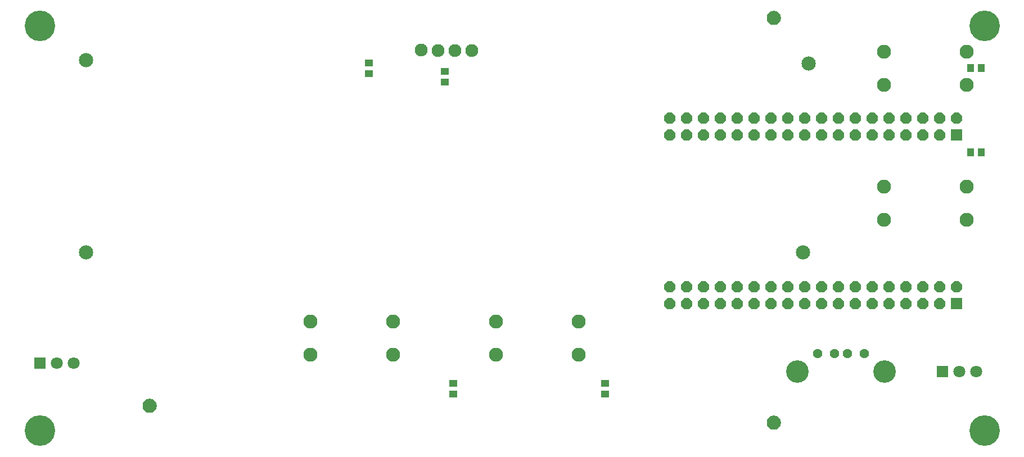
<source format=gbr>
G04 EAGLE Gerber RS-274X export*
G75*
%MOMM*%
%FSLAX34Y34*%
%LPD*%
%INSoldermask Top*%
%IPPOS*%
%AMOC8*
5,1,8,0,0,1.08239X$1,22.5*%
G01*
%ADD10C,2.152400*%
%ADD11C,1.930400*%
%ADD12R,1.676400X1.676400*%
%ADD13P,1.814519X8X202.500000*%
%ADD14C,2.112400*%
%ADD15R,1.183641X1.102359*%
%ADD16R,1.102359X1.183641*%
%ADD17R,1.803400X1.803400*%
%ADD18C,1.803400*%
%ADD19C,1.432562*%
%ADD20C,3.388362*%
%ADD21C,4.597400*%
%ADD22C,0.609600*%
%ADD23C,1.168400*%


D10*
X107700Y306700D03*
X1187700Y306700D03*
X107700Y596700D03*
X1196140Y591000D03*
D11*
X612700Y611700D03*
X637540Y611000D03*
X662940Y611000D03*
X688340Y611000D03*
D12*
X1419000Y229900D03*
D13*
X1419000Y255300D03*
X1393600Y229900D03*
X1393600Y255300D03*
X1368200Y229900D03*
X1368200Y255300D03*
X1342800Y229900D03*
X1342800Y255300D03*
X1317400Y229900D03*
X1317400Y255300D03*
X1292000Y229900D03*
X1292000Y255300D03*
X1266600Y229900D03*
X1266600Y255300D03*
X1241200Y229900D03*
X1241200Y255300D03*
X1215800Y229900D03*
X1215800Y255300D03*
X1190400Y229900D03*
X1190400Y255300D03*
X1165000Y229900D03*
X1165000Y255300D03*
X1139600Y229900D03*
X1139600Y255300D03*
X1114200Y229900D03*
X1114200Y255300D03*
X1088800Y229900D03*
X1088800Y255300D03*
X1063400Y229900D03*
X1063400Y255300D03*
X1038000Y229900D03*
X1038000Y255300D03*
X1012600Y229900D03*
X1012600Y255300D03*
X987200Y229900D03*
X987200Y255300D03*
D12*
X1419000Y483900D03*
D13*
X1419000Y509300D03*
X1393600Y483900D03*
X1393600Y509300D03*
X1368200Y483900D03*
X1368200Y509300D03*
X1342800Y483900D03*
X1342800Y509300D03*
X1317400Y483900D03*
X1317400Y509300D03*
X1292000Y483900D03*
X1292000Y509300D03*
X1266600Y483900D03*
X1266600Y509300D03*
X1241200Y483900D03*
X1241200Y509300D03*
X1215800Y483900D03*
X1215800Y509300D03*
X1190400Y483900D03*
X1190400Y509300D03*
X1165000Y483900D03*
X1165000Y509300D03*
X1139600Y483900D03*
X1139600Y509300D03*
X1114200Y483900D03*
X1114200Y509300D03*
X1088800Y483900D03*
X1088800Y509300D03*
X1063400Y483900D03*
X1063400Y509300D03*
X1038000Y483900D03*
X1038000Y509300D03*
X1012600Y483900D03*
X1012600Y509300D03*
X987200Y483900D03*
X987200Y509300D03*
D14*
X849900Y202800D03*
X849900Y152800D03*
X724900Y152800D03*
X724900Y202800D03*
X570500Y202800D03*
X570500Y152800D03*
X445500Y152800D03*
X445500Y202800D03*
X1434100Y609200D03*
X1434100Y559200D03*
X1309100Y559200D03*
X1309100Y609200D03*
X1434100Y406000D03*
X1434100Y356000D03*
X1309100Y356000D03*
X1309100Y406000D03*
D15*
X660400Y109601D03*
X660400Y93599D03*
D16*
X1439799Y584200D03*
X1455801Y584200D03*
X1439799Y457200D03*
X1455801Y457200D03*
D15*
X533400Y592201D03*
X533400Y576199D03*
X647700Y579501D03*
X647700Y563499D03*
D17*
X1397000Y127000D03*
D18*
X1422400Y127000D03*
X1447800Y127000D03*
D17*
X38100Y139700D03*
D18*
X63500Y139700D03*
X88900Y139700D03*
D15*
X889000Y109601D03*
X889000Y93599D03*
D19*
X1279525Y154178D03*
X1254633Y154178D03*
X1234567Y154178D03*
X1209675Y154178D03*
D20*
X1178941Y127000D03*
X1310259Y127000D03*
D21*
X38100Y38100D03*
X1460500Y38100D03*
X38100Y647700D03*
X1460500Y647700D03*
D22*
X195580Y76200D02*
X195582Y76387D01*
X195589Y76574D01*
X195601Y76761D01*
X195617Y76947D01*
X195637Y77133D01*
X195662Y77318D01*
X195692Y77503D01*
X195726Y77687D01*
X195765Y77870D01*
X195808Y78052D01*
X195856Y78232D01*
X195908Y78412D01*
X195965Y78590D01*
X196025Y78767D01*
X196091Y78942D01*
X196160Y79116D01*
X196234Y79288D01*
X196312Y79458D01*
X196394Y79626D01*
X196480Y79792D01*
X196570Y79956D01*
X196664Y80117D01*
X196762Y80277D01*
X196864Y80433D01*
X196970Y80588D01*
X197080Y80739D01*
X197193Y80888D01*
X197310Y81034D01*
X197430Y81177D01*
X197554Y81317D01*
X197681Y81454D01*
X197812Y81588D01*
X197946Y81719D01*
X198083Y81846D01*
X198223Y81970D01*
X198366Y82090D01*
X198512Y82207D01*
X198661Y82320D01*
X198812Y82430D01*
X198967Y82536D01*
X199123Y82638D01*
X199283Y82736D01*
X199444Y82830D01*
X199608Y82920D01*
X199774Y83006D01*
X199942Y83088D01*
X200112Y83166D01*
X200284Y83240D01*
X200458Y83309D01*
X200633Y83375D01*
X200810Y83435D01*
X200988Y83492D01*
X201168Y83544D01*
X201348Y83592D01*
X201530Y83635D01*
X201713Y83674D01*
X201897Y83708D01*
X202082Y83738D01*
X202267Y83763D01*
X202453Y83783D01*
X202639Y83799D01*
X202826Y83811D01*
X203013Y83818D01*
X203200Y83820D01*
X203387Y83818D01*
X203574Y83811D01*
X203761Y83799D01*
X203947Y83783D01*
X204133Y83763D01*
X204318Y83738D01*
X204503Y83708D01*
X204687Y83674D01*
X204870Y83635D01*
X205052Y83592D01*
X205232Y83544D01*
X205412Y83492D01*
X205590Y83435D01*
X205767Y83375D01*
X205942Y83309D01*
X206116Y83240D01*
X206288Y83166D01*
X206458Y83088D01*
X206626Y83006D01*
X206792Y82920D01*
X206956Y82830D01*
X207117Y82736D01*
X207277Y82638D01*
X207433Y82536D01*
X207588Y82430D01*
X207739Y82320D01*
X207888Y82207D01*
X208034Y82090D01*
X208177Y81970D01*
X208317Y81846D01*
X208454Y81719D01*
X208588Y81588D01*
X208719Y81454D01*
X208846Y81317D01*
X208970Y81177D01*
X209090Y81034D01*
X209207Y80888D01*
X209320Y80739D01*
X209430Y80588D01*
X209536Y80433D01*
X209638Y80277D01*
X209736Y80117D01*
X209830Y79956D01*
X209920Y79792D01*
X210006Y79626D01*
X210088Y79458D01*
X210166Y79288D01*
X210240Y79116D01*
X210309Y78942D01*
X210375Y78767D01*
X210435Y78590D01*
X210492Y78412D01*
X210544Y78232D01*
X210592Y78052D01*
X210635Y77870D01*
X210674Y77687D01*
X210708Y77503D01*
X210738Y77318D01*
X210763Y77133D01*
X210783Y76947D01*
X210799Y76761D01*
X210811Y76574D01*
X210818Y76387D01*
X210820Y76200D01*
X210818Y76013D01*
X210811Y75826D01*
X210799Y75639D01*
X210783Y75453D01*
X210763Y75267D01*
X210738Y75082D01*
X210708Y74897D01*
X210674Y74713D01*
X210635Y74530D01*
X210592Y74348D01*
X210544Y74168D01*
X210492Y73988D01*
X210435Y73810D01*
X210375Y73633D01*
X210309Y73458D01*
X210240Y73284D01*
X210166Y73112D01*
X210088Y72942D01*
X210006Y72774D01*
X209920Y72608D01*
X209830Y72444D01*
X209736Y72283D01*
X209638Y72123D01*
X209536Y71967D01*
X209430Y71812D01*
X209320Y71661D01*
X209207Y71512D01*
X209090Y71366D01*
X208970Y71223D01*
X208846Y71083D01*
X208719Y70946D01*
X208588Y70812D01*
X208454Y70681D01*
X208317Y70554D01*
X208177Y70430D01*
X208034Y70310D01*
X207888Y70193D01*
X207739Y70080D01*
X207588Y69970D01*
X207433Y69864D01*
X207277Y69762D01*
X207117Y69664D01*
X206956Y69570D01*
X206792Y69480D01*
X206626Y69394D01*
X206458Y69312D01*
X206288Y69234D01*
X206116Y69160D01*
X205942Y69091D01*
X205767Y69025D01*
X205590Y68965D01*
X205412Y68908D01*
X205232Y68856D01*
X205052Y68808D01*
X204870Y68765D01*
X204687Y68726D01*
X204503Y68692D01*
X204318Y68662D01*
X204133Y68637D01*
X203947Y68617D01*
X203761Y68601D01*
X203574Y68589D01*
X203387Y68582D01*
X203200Y68580D01*
X203013Y68582D01*
X202826Y68589D01*
X202639Y68601D01*
X202453Y68617D01*
X202267Y68637D01*
X202082Y68662D01*
X201897Y68692D01*
X201713Y68726D01*
X201530Y68765D01*
X201348Y68808D01*
X201168Y68856D01*
X200988Y68908D01*
X200810Y68965D01*
X200633Y69025D01*
X200458Y69091D01*
X200284Y69160D01*
X200112Y69234D01*
X199942Y69312D01*
X199774Y69394D01*
X199608Y69480D01*
X199444Y69570D01*
X199283Y69664D01*
X199123Y69762D01*
X198967Y69864D01*
X198812Y69970D01*
X198661Y70080D01*
X198512Y70193D01*
X198366Y70310D01*
X198223Y70430D01*
X198083Y70554D01*
X197946Y70681D01*
X197812Y70812D01*
X197681Y70946D01*
X197554Y71083D01*
X197430Y71223D01*
X197310Y71366D01*
X197193Y71512D01*
X197080Y71661D01*
X196970Y71812D01*
X196864Y71967D01*
X196762Y72123D01*
X196664Y72283D01*
X196570Y72444D01*
X196480Y72608D01*
X196394Y72774D01*
X196312Y72942D01*
X196234Y73112D01*
X196160Y73284D01*
X196091Y73458D01*
X196025Y73633D01*
X195965Y73810D01*
X195908Y73988D01*
X195856Y74168D01*
X195808Y74348D01*
X195765Y74530D01*
X195726Y74713D01*
X195692Y74897D01*
X195662Y75082D01*
X195637Y75267D01*
X195617Y75453D01*
X195601Y75639D01*
X195589Y75826D01*
X195582Y76013D01*
X195580Y76200D01*
D23*
X203200Y76200D03*
D22*
X1135380Y50800D02*
X1135382Y50987D01*
X1135389Y51174D01*
X1135401Y51361D01*
X1135417Y51547D01*
X1135437Y51733D01*
X1135462Y51918D01*
X1135492Y52103D01*
X1135526Y52287D01*
X1135565Y52470D01*
X1135608Y52652D01*
X1135656Y52832D01*
X1135708Y53012D01*
X1135765Y53190D01*
X1135825Y53367D01*
X1135891Y53542D01*
X1135960Y53716D01*
X1136034Y53888D01*
X1136112Y54058D01*
X1136194Y54226D01*
X1136280Y54392D01*
X1136370Y54556D01*
X1136464Y54717D01*
X1136562Y54877D01*
X1136664Y55033D01*
X1136770Y55188D01*
X1136880Y55339D01*
X1136993Y55488D01*
X1137110Y55634D01*
X1137230Y55777D01*
X1137354Y55917D01*
X1137481Y56054D01*
X1137612Y56188D01*
X1137746Y56319D01*
X1137883Y56446D01*
X1138023Y56570D01*
X1138166Y56690D01*
X1138312Y56807D01*
X1138461Y56920D01*
X1138612Y57030D01*
X1138767Y57136D01*
X1138923Y57238D01*
X1139083Y57336D01*
X1139244Y57430D01*
X1139408Y57520D01*
X1139574Y57606D01*
X1139742Y57688D01*
X1139912Y57766D01*
X1140084Y57840D01*
X1140258Y57909D01*
X1140433Y57975D01*
X1140610Y58035D01*
X1140788Y58092D01*
X1140968Y58144D01*
X1141148Y58192D01*
X1141330Y58235D01*
X1141513Y58274D01*
X1141697Y58308D01*
X1141882Y58338D01*
X1142067Y58363D01*
X1142253Y58383D01*
X1142439Y58399D01*
X1142626Y58411D01*
X1142813Y58418D01*
X1143000Y58420D01*
X1143187Y58418D01*
X1143374Y58411D01*
X1143561Y58399D01*
X1143747Y58383D01*
X1143933Y58363D01*
X1144118Y58338D01*
X1144303Y58308D01*
X1144487Y58274D01*
X1144670Y58235D01*
X1144852Y58192D01*
X1145032Y58144D01*
X1145212Y58092D01*
X1145390Y58035D01*
X1145567Y57975D01*
X1145742Y57909D01*
X1145916Y57840D01*
X1146088Y57766D01*
X1146258Y57688D01*
X1146426Y57606D01*
X1146592Y57520D01*
X1146756Y57430D01*
X1146917Y57336D01*
X1147077Y57238D01*
X1147233Y57136D01*
X1147388Y57030D01*
X1147539Y56920D01*
X1147688Y56807D01*
X1147834Y56690D01*
X1147977Y56570D01*
X1148117Y56446D01*
X1148254Y56319D01*
X1148388Y56188D01*
X1148519Y56054D01*
X1148646Y55917D01*
X1148770Y55777D01*
X1148890Y55634D01*
X1149007Y55488D01*
X1149120Y55339D01*
X1149230Y55188D01*
X1149336Y55033D01*
X1149438Y54877D01*
X1149536Y54717D01*
X1149630Y54556D01*
X1149720Y54392D01*
X1149806Y54226D01*
X1149888Y54058D01*
X1149966Y53888D01*
X1150040Y53716D01*
X1150109Y53542D01*
X1150175Y53367D01*
X1150235Y53190D01*
X1150292Y53012D01*
X1150344Y52832D01*
X1150392Y52652D01*
X1150435Y52470D01*
X1150474Y52287D01*
X1150508Y52103D01*
X1150538Y51918D01*
X1150563Y51733D01*
X1150583Y51547D01*
X1150599Y51361D01*
X1150611Y51174D01*
X1150618Y50987D01*
X1150620Y50800D01*
X1150618Y50613D01*
X1150611Y50426D01*
X1150599Y50239D01*
X1150583Y50053D01*
X1150563Y49867D01*
X1150538Y49682D01*
X1150508Y49497D01*
X1150474Y49313D01*
X1150435Y49130D01*
X1150392Y48948D01*
X1150344Y48768D01*
X1150292Y48588D01*
X1150235Y48410D01*
X1150175Y48233D01*
X1150109Y48058D01*
X1150040Y47884D01*
X1149966Y47712D01*
X1149888Y47542D01*
X1149806Y47374D01*
X1149720Y47208D01*
X1149630Y47044D01*
X1149536Y46883D01*
X1149438Y46723D01*
X1149336Y46567D01*
X1149230Y46412D01*
X1149120Y46261D01*
X1149007Y46112D01*
X1148890Y45966D01*
X1148770Y45823D01*
X1148646Y45683D01*
X1148519Y45546D01*
X1148388Y45412D01*
X1148254Y45281D01*
X1148117Y45154D01*
X1147977Y45030D01*
X1147834Y44910D01*
X1147688Y44793D01*
X1147539Y44680D01*
X1147388Y44570D01*
X1147233Y44464D01*
X1147077Y44362D01*
X1146917Y44264D01*
X1146756Y44170D01*
X1146592Y44080D01*
X1146426Y43994D01*
X1146258Y43912D01*
X1146088Y43834D01*
X1145916Y43760D01*
X1145742Y43691D01*
X1145567Y43625D01*
X1145390Y43565D01*
X1145212Y43508D01*
X1145032Y43456D01*
X1144852Y43408D01*
X1144670Y43365D01*
X1144487Y43326D01*
X1144303Y43292D01*
X1144118Y43262D01*
X1143933Y43237D01*
X1143747Y43217D01*
X1143561Y43201D01*
X1143374Y43189D01*
X1143187Y43182D01*
X1143000Y43180D01*
X1142813Y43182D01*
X1142626Y43189D01*
X1142439Y43201D01*
X1142253Y43217D01*
X1142067Y43237D01*
X1141882Y43262D01*
X1141697Y43292D01*
X1141513Y43326D01*
X1141330Y43365D01*
X1141148Y43408D01*
X1140968Y43456D01*
X1140788Y43508D01*
X1140610Y43565D01*
X1140433Y43625D01*
X1140258Y43691D01*
X1140084Y43760D01*
X1139912Y43834D01*
X1139742Y43912D01*
X1139574Y43994D01*
X1139408Y44080D01*
X1139244Y44170D01*
X1139083Y44264D01*
X1138923Y44362D01*
X1138767Y44464D01*
X1138612Y44570D01*
X1138461Y44680D01*
X1138312Y44793D01*
X1138166Y44910D01*
X1138023Y45030D01*
X1137883Y45154D01*
X1137746Y45281D01*
X1137612Y45412D01*
X1137481Y45546D01*
X1137354Y45683D01*
X1137230Y45823D01*
X1137110Y45966D01*
X1136993Y46112D01*
X1136880Y46261D01*
X1136770Y46412D01*
X1136664Y46567D01*
X1136562Y46723D01*
X1136464Y46883D01*
X1136370Y47044D01*
X1136280Y47208D01*
X1136194Y47374D01*
X1136112Y47542D01*
X1136034Y47712D01*
X1135960Y47884D01*
X1135891Y48058D01*
X1135825Y48233D01*
X1135765Y48410D01*
X1135708Y48588D01*
X1135656Y48768D01*
X1135608Y48948D01*
X1135565Y49130D01*
X1135526Y49313D01*
X1135492Y49497D01*
X1135462Y49682D01*
X1135437Y49867D01*
X1135417Y50053D01*
X1135401Y50239D01*
X1135389Y50426D01*
X1135382Y50613D01*
X1135380Y50800D01*
D23*
X1143000Y50800D03*
D22*
X1135380Y660400D02*
X1135382Y660587D01*
X1135389Y660774D01*
X1135401Y660961D01*
X1135417Y661147D01*
X1135437Y661333D01*
X1135462Y661518D01*
X1135492Y661703D01*
X1135526Y661887D01*
X1135565Y662070D01*
X1135608Y662252D01*
X1135656Y662432D01*
X1135708Y662612D01*
X1135765Y662790D01*
X1135825Y662967D01*
X1135891Y663142D01*
X1135960Y663316D01*
X1136034Y663488D01*
X1136112Y663658D01*
X1136194Y663826D01*
X1136280Y663992D01*
X1136370Y664156D01*
X1136464Y664317D01*
X1136562Y664477D01*
X1136664Y664633D01*
X1136770Y664788D01*
X1136880Y664939D01*
X1136993Y665088D01*
X1137110Y665234D01*
X1137230Y665377D01*
X1137354Y665517D01*
X1137481Y665654D01*
X1137612Y665788D01*
X1137746Y665919D01*
X1137883Y666046D01*
X1138023Y666170D01*
X1138166Y666290D01*
X1138312Y666407D01*
X1138461Y666520D01*
X1138612Y666630D01*
X1138767Y666736D01*
X1138923Y666838D01*
X1139083Y666936D01*
X1139244Y667030D01*
X1139408Y667120D01*
X1139574Y667206D01*
X1139742Y667288D01*
X1139912Y667366D01*
X1140084Y667440D01*
X1140258Y667509D01*
X1140433Y667575D01*
X1140610Y667635D01*
X1140788Y667692D01*
X1140968Y667744D01*
X1141148Y667792D01*
X1141330Y667835D01*
X1141513Y667874D01*
X1141697Y667908D01*
X1141882Y667938D01*
X1142067Y667963D01*
X1142253Y667983D01*
X1142439Y667999D01*
X1142626Y668011D01*
X1142813Y668018D01*
X1143000Y668020D01*
X1143187Y668018D01*
X1143374Y668011D01*
X1143561Y667999D01*
X1143747Y667983D01*
X1143933Y667963D01*
X1144118Y667938D01*
X1144303Y667908D01*
X1144487Y667874D01*
X1144670Y667835D01*
X1144852Y667792D01*
X1145032Y667744D01*
X1145212Y667692D01*
X1145390Y667635D01*
X1145567Y667575D01*
X1145742Y667509D01*
X1145916Y667440D01*
X1146088Y667366D01*
X1146258Y667288D01*
X1146426Y667206D01*
X1146592Y667120D01*
X1146756Y667030D01*
X1146917Y666936D01*
X1147077Y666838D01*
X1147233Y666736D01*
X1147388Y666630D01*
X1147539Y666520D01*
X1147688Y666407D01*
X1147834Y666290D01*
X1147977Y666170D01*
X1148117Y666046D01*
X1148254Y665919D01*
X1148388Y665788D01*
X1148519Y665654D01*
X1148646Y665517D01*
X1148770Y665377D01*
X1148890Y665234D01*
X1149007Y665088D01*
X1149120Y664939D01*
X1149230Y664788D01*
X1149336Y664633D01*
X1149438Y664477D01*
X1149536Y664317D01*
X1149630Y664156D01*
X1149720Y663992D01*
X1149806Y663826D01*
X1149888Y663658D01*
X1149966Y663488D01*
X1150040Y663316D01*
X1150109Y663142D01*
X1150175Y662967D01*
X1150235Y662790D01*
X1150292Y662612D01*
X1150344Y662432D01*
X1150392Y662252D01*
X1150435Y662070D01*
X1150474Y661887D01*
X1150508Y661703D01*
X1150538Y661518D01*
X1150563Y661333D01*
X1150583Y661147D01*
X1150599Y660961D01*
X1150611Y660774D01*
X1150618Y660587D01*
X1150620Y660400D01*
X1150618Y660213D01*
X1150611Y660026D01*
X1150599Y659839D01*
X1150583Y659653D01*
X1150563Y659467D01*
X1150538Y659282D01*
X1150508Y659097D01*
X1150474Y658913D01*
X1150435Y658730D01*
X1150392Y658548D01*
X1150344Y658368D01*
X1150292Y658188D01*
X1150235Y658010D01*
X1150175Y657833D01*
X1150109Y657658D01*
X1150040Y657484D01*
X1149966Y657312D01*
X1149888Y657142D01*
X1149806Y656974D01*
X1149720Y656808D01*
X1149630Y656644D01*
X1149536Y656483D01*
X1149438Y656323D01*
X1149336Y656167D01*
X1149230Y656012D01*
X1149120Y655861D01*
X1149007Y655712D01*
X1148890Y655566D01*
X1148770Y655423D01*
X1148646Y655283D01*
X1148519Y655146D01*
X1148388Y655012D01*
X1148254Y654881D01*
X1148117Y654754D01*
X1147977Y654630D01*
X1147834Y654510D01*
X1147688Y654393D01*
X1147539Y654280D01*
X1147388Y654170D01*
X1147233Y654064D01*
X1147077Y653962D01*
X1146917Y653864D01*
X1146756Y653770D01*
X1146592Y653680D01*
X1146426Y653594D01*
X1146258Y653512D01*
X1146088Y653434D01*
X1145916Y653360D01*
X1145742Y653291D01*
X1145567Y653225D01*
X1145390Y653165D01*
X1145212Y653108D01*
X1145032Y653056D01*
X1144852Y653008D01*
X1144670Y652965D01*
X1144487Y652926D01*
X1144303Y652892D01*
X1144118Y652862D01*
X1143933Y652837D01*
X1143747Y652817D01*
X1143561Y652801D01*
X1143374Y652789D01*
X1143187Y652782D01*
X1143000Y652780D01*
X1142813Y652782D01*
X1142626Y652789D01*
X1142439Y652801D01*
X1142253Y652817D01*
X1142067Y652837D01*
X1141882Y652862D01*
X1141697Y652892D01*
X1141513Y652926D01*
X1141330Y652965D01*
X1141148Y653008D01*
X1140968Y653056D01*
X1140788Y653108D01*
X1140610Y653165D01*
X1140433Y653225D01*
X1140258Y653291D01*
X1140084Y653360D01*
X1139912Y653434D01*
X1139742Y653512D01*
X1139574Y653594D01*
X1139408Y653680D01*
X1139244Y653770D01*
X1139083Y653864D01*
X1138923Y653962D01*
X1138767Y654064D01*
X1138612Y654170D01*
X1138461Y654280D01*
X1138312Y654393D01*
X1138166Y654510D01*
X1138023Y654630D01*
X1137883Y654754D01*
X1137746Y654881D01*
X1137612Y655012D01*
X1137481Y655146D01*
X1137354Y655283D01*
X1137230Y655423D01*
X1137110Y655566D01*
X1136993Y655712D01*
X1136880Y655861D01*
X1136770Y656012D01*
X1136664Y656167D01*
X1136562Y656323D01*
X1136464Y656483D01*
X1136370Y656644D01*
X1136280Y656808D01*
X1136194Y656974D01*
X1136112Y657142D01*
X1136034Y657312D01*
X1135960Y657484D01*
X1135891Y657658D01*
X1135825Y657833D01*
X1135765Y658010D01*
X1135708Y658188D01*
X1135656Y658368D01*
X1135608Y658548D01*
X1135565Y658730D01*
X1135526Y658913D01*
X1135492Y659097D01*
X1135462Y659282D01*
X1135437Y659467D01*
X1135417Y659653D01*
X1135401Y659839D01*
X1135389Y660026D01*
X1135382Y660213D01*
X1135380Y660400D01*
D23*
X1143000Y660400D03*
M02*

</source>
